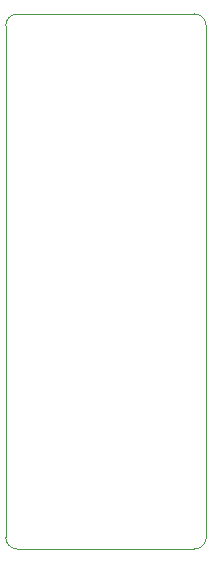
<source format=gbr>
%TF.GenerationSoftware,KiCad,Pcbnew,(6.0.8-1)-1*%
%TF.CreationDate,2022-11-12T20:26:07+08:00*%
%TF.ProjectId,RP-Link,52502d4c-696e-46b2-9e6b-696361645f70,rev?*%
%TF.SameCoordinates,Original*%
%TF.FileFunction,Profile,NP*%
%FSLAX46Y46*%
G04 Gerber Fmt 4.6, Leading zero omitted, Abs format (unit mm)*
G04 Created by KiCad (PCBNEW (6.0.8-1)-1) date 2022-11-12 20:26:07*
%MOMM*%
%LPD*%
G01*
G04 APERTURE LIST*
%TA.AperFunction,Profile*%
%ADD10C,0.100000*%
%TD*%
G04 APERTURE END LIST*
D10*
X133192900Y-65300000D02*
G75*
G03*
X132192893Y-64300000I-1000000J0D01*
G01*
X132192893Y-109599966D02*
G75*
G03*
X133192891Y-108607109I7107J992866D01*
G01*
X133192891Y-108607109D02*
X133192893Y-65300000D01*
X116207107Y-65307107D02*
X116207107Y-108600000D01*
X117207107Y-64300000D02*
X132192893Y-64300000D01*
X117207107Y-109600000D02*
X132192893Y-109600000D01*
X116207100Y-108600000D02*
G75*
G03*
X117207107Y-109600000I1000000J0D01*
G01*
X117207107Y-64300007D02*
G75*
G03*
X116207107Y-65300000I-7J-999993D01*
G01*
M02*

</source>
